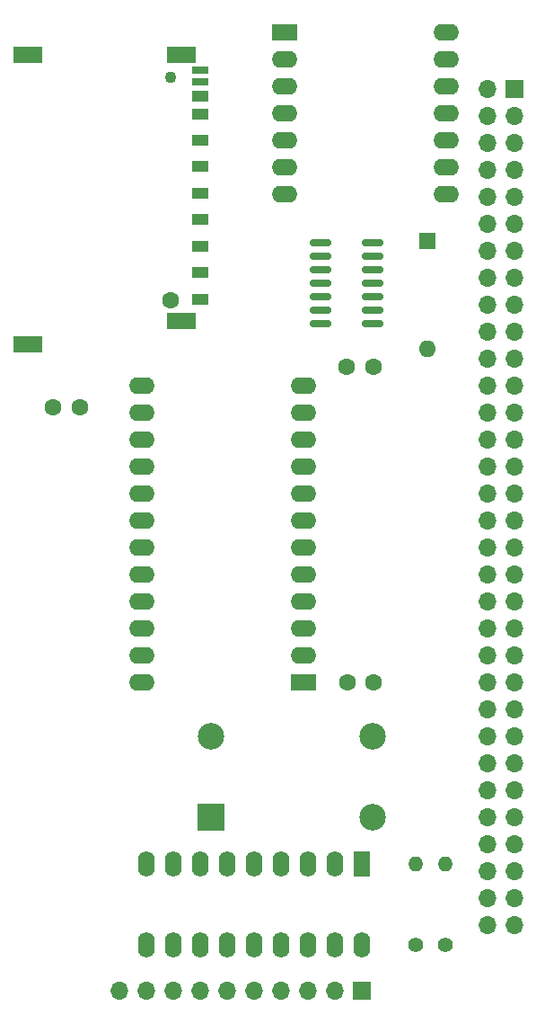
<source format=gts>
G04 #@! TF.GenerationSoftware,KiCad,Pcbnew,(6.0.1)*
G04 #@! TF.CreationDate,2022-09-16T19:57:58-04:00*
G04 #@! TF.ProjectId,LB-68B50-01,4c422d36-3842-4353-902d-30312e6b6963,1*
G04 #@! TF.SameCoordinates,Original*
G04 #@! TF.FileFunction,Soldermask,Top*
G04 #@! TF.FilePolarity,Negative*
%FSLAX46Y46*%
G04 Gerber Fmt 4.6, Leading zero omitted, Abs format (unit mm)*
G04 Created by KiCad (PCBNEW (6.0.1)) date 2022-09-16 19:57:58*
%MOMM*%
%LPD*%
G01*
G04 APERTURE LIST*
G04 Aperture macros list*
%AMRoundRect*
0 Rectangle with rounded corners*
0 $1 Rounding radius*
0 $2 $3 $4 $5 $6 $7 $8 $9 X,Y pos of 4 corners*
0 Add a 4 corners polygon primitive as box body*
4,1,4,$2,$3,$4,$5,$6,$7,$8,$9,$2,$3,0*
0 Add four circle primitives for the rounded corners*
1,1,$1+$1,$2,$3*
1,1,$1+$1,$4,$5*
1,1,$1+$1,$6,$7*
1,1,$1+$1,$8,$9*
0 Add four rect primitives between the rounded corners*
20,1,$1+$1,$2,$3,$4,$5,0*
20,1,$1+$1,$4,$5,$6,$7,0*
20,1,$1+$1,$6,$7,$8,$9,0*
20,1,$1+$1,$8,$9,$2,$3,0*%
G04 Aperture macros list end*
%ADD10R,2.500000X2.500000*%
%ADD11C,2.500000*%
%ADD12R,1.700000X1.700000*%
%ADD13O,1.700000X1.700000*%
%ADD14R,2.400000X1.600000*%
%ADD15O,2.400000X1.600000*%
%ADD16C,1.100000*%
%ADD17C,1.600000*%
%ADD18R,1.500000X1.000000*%
%ADD19R,1.500000X0.700000*%
%ADD20R,2.800000X1.500000*%
%ADD21R,1.600000X2.400000*%
%ADD22O,1.600000X2.400000*%
%ADD23RoundRect,0.150000X-0.825000X-0.150000X0.825000X-0.150000X0.825000X0.150000X-0.825000X0.150000X0*%
%ADD24R,1.600000X1.600000*%
%ADD25O,1.600000X1.600000*%
%ADD26C,1.400000*%
%ADD27O,1.400000X1.400000*%
G04 APERTURE END LIST*
D10*
X151257000Y-123190000D03*
D11*
X166497000Y-123190000D03*
X166497000Y-115570000D03*
X151257000Y-115570000D03*
D12*
X179890000Y-54615000D03*
D13*
X177350000Y-54615000D03*
X179890000Y-57155000D03*
X177350000Y-57155000D03*
X179890000Y-59695000D03*
X177350000Y-59695000D03*
X179890000Y-62235000D03*
X177350000Y-62235000D03*
X179890000Y-64775000D03*
X177350000Y-64775000D03*
X179890000Y-67315000D03*
X177350000Y-67315000D03*
X179890000Y-69855000D03*
X177350000Y-69855000D03*
X179890000Y-72395000D03*
X177350000Y-72395000D03*
X179890000Y-74935000D03*
X177350000Y-74935000D03*
X179890000Y-77475000D03*
X177350000Y-77475000D03*
X179890000Y-80015000D03*
X177350000Y-80015000D03*
X179890000Y-82555000D03*
X177350000Y-82555000D03*
X179890000Y-85095000D03*
X177350000Y-85095000D03*
X179890000Y-87635000D03*
X177350000Y-87635000D03*
X179890000Y-90175000D03*
X177350000Y-90175000D03*
X179890000Y-92715000D03*
X177350000Y-92715000D03*
X179890000Y-95255000D03*
X177350000Y-95255000D03*
X179890000Y-97795000D03*
X177350000Y-97795000D03*
X179890000Y-100335000D03*
X177350000Y-100335000D03*
X179890000Y-102875000D03*
X177350000Y-102875000D03*
X179890000Y-105415000D03*
X177350000Y-105415000D03*
X179890000Y-107955000D03*
X177350000Y-107955000D03*
X179890000Y-110495000D03*
X177350000Y-110495000D03*
X179890000Y-113035000D03*
X177350000Y-113035000D03*
X179890000Y-115575000D03*
X177350000Y-115575000D03*
X179890000Y-118115000D03*
X177350000Y-118115000D03*
X179890000Y-120655000D03*
X177350000Y-120655000D03*
X179890000Y-123195000D03*
X177350000Y-123195000D03*
X179890000Y-125735000D03*
X177350000Y-125735000D03*
X179890000Y-128275000D03*
X177350000Y-128275000D03*
X179890000Y-130815000D03*
X177350000Y-130815000D03*
X179890000Y-133355000D03*
X177350000Y-133355000D03*
D14*
X160000000Y-110495000D03*
D15*
X160000000Y-107955000D03*
X160000000Y-105415000D03*
X160000000Y-102875000D03*
X160000000Y-100335000D03*
X160000000Y-97795000D03*
X160000000Y-95255000D03*
X160000000Y-92715000D03*
X160000000Y-90175000D03*
X160000000Y-87635000D03*
X160000000Y-85095000D03*
X160000000Y-82555000D03*
X144760000Y-82555000D03*
X144760000Y-85095000D03*
X144760000Y-87635000D03*
X144760000Y-90175000D03*
X144760000Y-92715000D03*
X144760000Y-95255000D03*
X144760000Y-97795000D03*
X144760000Y-100335000D03*
X144760000Y-102875000D03*
X144760000Y-105415000D03*
X144760000Y-107955000D03*
X144760000Y-110495000D03*
D16*
X147487500Y-53524000D03*
D17*
X147487500Y-74524000D03*
D18*
X150287500Y-71904000D03*
X150287500Y-69404000D03*
X150287500Y-66904000D03*
X150287500Y-64404000D03*
X150287500Y-61904000D03*
X150287500Y-59404000D03*
X150287500Y-56984000D03*
X150287500Y-55284000D03*
X150287500Y-74404000D03*
D19*
X150287500Y-53944000D03*
X150287500Y-52804000D03*
D20*
X148487500Y-76474000D03*
X148487500Y-51374000D03*
X133987500Y-51374000D03*
X133987500Y-78674000D03*
D21*
X165471000Y-127620000D03*
D22*
X162931000Y-127620000D03*
X160391000Y-127620000D03*
X157851000Y-127620000D03*
X155311000Y-127620000D03*
X152771000Y-127620000D03*
X150231000Y-127620000D03*
X147691000Y-127620000D03*
X145151000Y-127620000D03*
X145151000Y-135240000D03*
X147691000Y-135240000D03*
X150231000Y-135240000D03*
X152771000Y-135240000D03*
X155311000Y-135240000D03*
X157851000Y-135240000D03*
X160391000Y-135240000D03*
X162931000Y-135240000D03*
X165471000Y-135240000D03*
D14*
X158242000Y-49276000D03*
D15*
X158242000Y-51816000D03*
X158242000Y-54356000D03*
X158242000Y-56896000D03*
X158242000Y-59436000D03*
X158242000Y-61976000D03*
X158242000Y-64516000D03*
X173482000Y-64516000D03*
X173482000Y-61976000D03*
X173482000Y-59436000D03*
X173482000Y-56896000D03*
X173482000Y-54356000D03*
X173482000Y-51816000D03*
X173482000Y-49276000D03*
D17*
X164124000Y-110490000D03*
X166624000Y-110490000D03*
D23*
X161609000Y-69088000D03*
X161609000Y-70358000D03*
X161609000Y-71628000D03*
X161609000Y-72898000D03*
X161609000Y-74168000D03*
X161609000Y-75438000D03*
X161609000Y-76708000D03*
X166559000Y-76708000D03*
X166559000Y-75438000D03*
X166559000Y-74168000D03*
X166559000Y-72898000D03*
X166559000Y-71628000D03*
X166559000Y-70358000D03*
X166559000Y-69088000D03*
D17*
X138918000Y-84582000D03*
X136418000Y-84582000D03*
D24*
X171704000Y-68961000D03*
D25*
X171704000Y-79121000D03*
D26*
X170561000Y-135255000D03*
D27*
X170561000Y-127635000D03*
D12*
X165476000Y-139516000D03*
D13*
X162936000Y-139516000D03*
X160396000Y-139516000D03*
X157856000Y-139516000D03*
X155316000Y-139516000D03*
X152776000Y-139516000D03*
X150236000Y-139516000D03*
X147696000Y-139516000D03*
X145156000Y-139516000D03*
X142616000Y-139516000D03*
D26*
X173355000Y-135255000D03*
D27*
X173355000Y-127635000D03*
D17*
X166604000Y-80772000D03*
X164104000Y-80772000D03*
M02*

</source>
